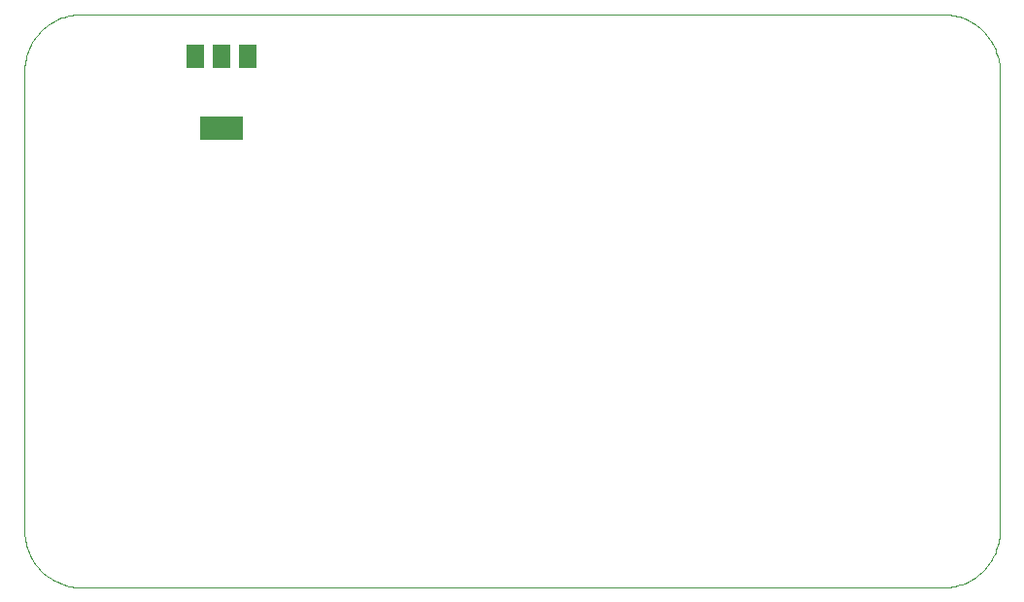
<source format=gbp>
G75*
%MOIN*%
%OFA0B0*%
%FSLAX24Y24*%
%IPPOS*%
%LPD*%
%AMOC8*
5,1,8,0,0,1.08239X$1,22.5*
%
%ADD10C,0.0000*%
%ADD11R,0.0590X0.0790*%
%ADD12R,0.1500X0.0790*%
D10*
X002899Y001930D02*
X032426Y001930D01*
X032512Y001932D01*
X032598Y001937D01*
X032683Y001947D01*
X032768Y001960D01*
X032852Y001977D01*
X032936Y001997D01*
X033018Y002021D01*
X033099Y002049D01*
X033180Y002080D01*
X033258Y002114D01*
X033335Y002152D01*
X033411Y002194D01*
X033484Y002238D01*
X033555Y002286D01*
X033625Y002337D01*
X033692Y002391D01*
X033756Y002447D01*
X033818Y002507D01*
X033878Y002569D01*
X033934Y002633D01*
X033988Y002700D01*
X034039Y002770D01*
X034087Y002841D01*
X034131Y002914D01*
X034173Y002990D01*
X034211Y003067D01*
X034245Y003145D01*
X034276Y003226D01*
X034304Y003307D01*
X034328Y003389D01*
X034348Y003473D01*
X034365Y003557D01*
X034378Y003642D01*
X034388Y003727D01*
X034393Y003813D01*
X034395Y003899D01*
X034395Y019647D01*
X034393Y019733D01*
X034388Y019819D01*
X034378Y019904D01*
X034365Y019989D01*
X034348Y020073D01*
X034328Y020157D01*
X034304Y020239D01*
X034276Y020320D01*
X034245Y020401D01*
X034211Y020479D01*
X034173Y020556D01*
X034131Y020632D01*
X034087Y020705D01*
X034039Y020776D01*
X033988Y020846D01*
X033934Y020913D01*
X033878Y020977D01*
X033818Y021039D01*
X033756Y021099D01*
X033692Y021155D01*
X033625Y021209D01*
X033555Y021260D01*
X033484Y021308D01*
X033411Y021352D01*
X033335Y021394D01*
X033258Y021432D01*
X033180Y021466D01*
X033099Y021497D01*
X033018Y021525D01*
X032936Y021549D01*
X032852Y021569D01*
X032768Y021586D01*
X032683Y021599D01*
X032598Y021609D01*
X032512Y021614D01*
X032426Y021616D01*
X032426Y021615D02*
X002899Y021615D01*
X002899Y021616D02*
X002811Y021614D01*
X002723Y021608D01*
X002635Y021598D01*
X002547Y021584D01*
X002461Y021567D01*
X002375Y021545D01*
X002291Y021520D01*
X002207Y021490D01*
X002125Y021458D01*
X002045Y021421D01*
X001966Y021381D01*
X001889Y021337D01*
X001814Y021290D01*
X001742Y021240D01*
X001671Y021186D01*
X001604Y021130D01*
X001538Y021070D01*
X001476Y021008D01*
X001416Y020942D01*
X001360Y020875D01*
X001306Y020804D01*
X001256Y020732D01*
X001209Y020657D01*
X001165Y020580D01*
X001125Y020501D01*
X001088Y020421D01*
X001056Y020339D01*
X001026Y020255D01*
X001001Y020171D01*
X000979Y020085D01*
X000962Y019999D01*
X000948Y019911D01*
X000938Y019823D01*
X000932Y019735D01*
X000930Y019647D01*
X000930Y003899D01*
X000932Y003811D01*
X000938Y003723D01*
X000948Y003635D01*
X000962Y003547D01*
X000979Y003461D01*
X001001Y003375D01*
X001026Y003291D01*
X001056Y003207D01*
X001088Y003125D01*
X001125Y003045D01*
X001165Y002966D01*
X001209Y002889D01*
X001256Y002814D01*
X001306Y002742D01*
X001360Y002671D01*
X001416Y002604D01*
X001476Y002538D01*
X001538Y002476D01*
X001604Y002416D01*
X001671Y002360D01*
X001742Y002306D01*
X001814Y002256D01*
X001889Y002209D01*
X001966Y002165D01*
X002045Y002125D01*
X002125Y002088D01*
X002207Y002056D01*
X002291Y002026D01*
X002375Y002001D01*
X002461Y001979D01*
X002547Y001962D01*
X002635Y001948D01*
X002723Y001938D01*
X002811Y001932D01*
X002899Y001930D01*
D11*
X006790Y020170D03*
X007690Y020170D03*
X008590Y020170D03*
D12*
X007680Y017690D03*
M02*

</source>
